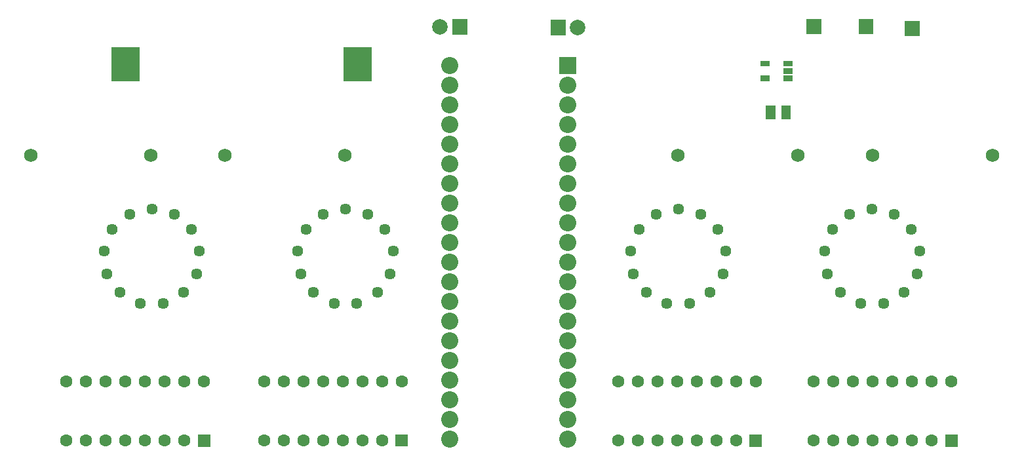
<source format=gbs>
G04 Layer: BottomSolderMaskLayer*
G04 EasyEDA v6.4.20.2, 2021-06-27T22:08:49--7:00*
G04 5bb4508a62654dd5b4bd4a713fde6167,27d4ab91a1c145949b64cbb6833597a5,10*
G04 Gerber Generator version 0.2*
G04 Scale: 100 percent, Rotated: No, Reflected: No *
G04 Dimensions in inches *
G04 leading zeros omitted , absolute positions ,3 integer and 6 decimal *
%FSLAX36Y36*%
%MOIN*%

%ADD30C,0.0568*%
%ADD31C,0.0789*%
%ADD33C,0.0680*%
%ADD35C,0.0630*%
%ADD37C,0.0867*%

%LPD*%
G36*
X4312500Y-4382500D02*
G01*
X4312500Y-4307500D01*
X4387500Y-4307500D01*
X4387500Y-4382500D01*
G37*
G36*
X4812500Y-4392500D02*
G01*
X4812500Y-4317500D01*
X4887500Y-4317500D01*
X4887500Y-4392500D01*
G37*
G36*
X4577500Y-4382500D02*
G01*
X4577500Y-4307500D01*
X4652500Y-4307500D01*
X4652500Y-4382500D01*
G37*
D30*
G01*
X984250Y-5271309D03*
G01*
X871250Y-5299310D03*
G01*
X783249Y-5377310D03*
G01*
X742249Y-5486309D03*
G01*
X756250Y-5601309D03*
G01*
X822250Y-5697310D03*
G01*
X926250Y-5752310D03*
G01*
X1042250Y-5752310D03*
G01*
X1146250Y-5697310D03*
G01*
X1212250Y-5601309D03*
G01*
X1226250Y-5486309D03*
G01*
X1185249Y-5377310D03*
G01*
X1097250Y-5299310D03*
G01*
X1968500Y-5271309D03*
G01*
X1855500Y-5299310D03*
G01*
X1767500Y-5377310D03*
G01*
X1726499Y-5486309D03*
G01*
X1740500Y-5601309D03*
G01*
X1806499Y-5697310D03*
G01*
X1910500Y-5752310D03*
G01*
X2026499Y-5752310D03*
G01*
X2130500Y-5697310D03*
G01*
X2196499Y-5601309D03*
G01*
X2210500Y-5486309D03*
G01*
X2169499Y-5377310D03*
G01*
X2081499Y-5299310D03*
D31*
G01*
X3150000Y-4350000D03*
G36*
X3010600Y-4389400D02*
G01*
X3010600Y-4310599D01*
X3089399Y-4310599D01*
X3089399Y-4389400D01*
G37*
G01*
X2450000Y-4345000D03*
G36*
X2510600Y-4384400D02*
G01*
X2510600Y-4305599D01*
X2589399Y-4305599D01*
X2589399Y-4384400D01*
G37*
D30*
G01*
X3661419Y-5271309D03*
G01*
X3548419Y-5299310D03*
G01*
X3460420Y-5377310D03*
G01*
X3419420Y-5486309D03*
G01*
X3433419Y-5601309D03*
G01*
X3499420Y-5697310D03*
G01*
X3603419Y-5752310D03*
G01*
X3719420Y-5752310D03*
G01*
X3823419Y-5697310D03*
G01*
X3889420Y-5601309D03*
G01*
X3903419Y-5486309D03*
G01*
X3862420Y-5377310D03*
G01*
X3774420Y-5299310D03*
D33*
G01*
X980110Y-5000000D03*
G01*
X369890Y-5000000D03*
G01*
X1965119Y-5000000D03*
G01*
X1354889Y-5000000D03*
G01*
X3659889Y-5000000D03*
G01*
X4270119Y-5000000D03*
G01*
X4649889Y-5000000D03*
G01*
X5260119Y-5000000D03*
D30*
G01*
X4645670Y-5271309D03*
G01*
X4532669Y-5299310D03*
G01*
X4444669Y-5377310D03*
G01*
X4403670Y-5486309D03*
G01*
X4417669Y-5601309D03*
G01*
X4483670Y-5697310D03*
G01*
X4587669Y-5752310D03*
G01*
X4703670Y-5752310D03*
G01*
X4807669Y-5697310D03*
G01*
X4873670Y-5601309D03*
G01*
X4887669Y-5486309D03*
G01*
X4846670Y-5377310D03*
G01*
X4758670Y-5299310D03*
G36*
X1957200Y-4621700D02*
G01*
X1957200Y-4448299D01*
X2103000Y-4448299D01*
X2103000Y-4621700D01*
G37*
G36*
X776999Y-4621700D02*
G01*
X776999Y-4448299D01*
X922799Y-4448299D01*
X922799Y-4621700D01*
G37*
G36*
X4185699Y-4814499D02*
G01*
X4185699Y-4745500D01*
X4233100Y-4745500D01*
X4233100Y-4814499D01*
G37*
G36*
X4106899Y-4814499D02*
G01*
X4106899Y-4745500D01*
X4154300Y-4745500D01*
X4154300Y-4814499D01*
G37*
G36*
X4077299Y-4547399D02*
G01*
X4077299Y-4517800D01*
X4124600Y-4517800D01*
X4124600Y-4547399D01*
G37*
G36*
X4077299Y-4622199D02*
G01*
X4077299Y-4592600D01*
X4124600Y-4592600D01*
X4124600Y-4622199D01*
G37*
G36*
X4195400Y-4622199D02*
G01*
X4195400Y-4592600D01*
X4242700Y-4592600D01*
X4242700Y-4622199D01*
G37*
G36*
X4195400Y-4584800D02*
G01*
X4195400Y-4555200D01*
X4242700Y-4555200D01*
X4242700Y-4584800D01*
G37*
G36*
X4195400Y-4547399D02*
G01*
X4195400Y-4517800D01*
X4242700Y-4517800D01*
X4242700Y-4547399D01*
G37*
G36*
X1218500Y-6481500D02*
G01*
X1218500Y-6418499D01*
X1281499Y-6418499D01*
X1281499Y-6481500D01*
G37*
D35*
G01*
X1150000Y-6450000D03*
G01*
X1050000Y-6450000D03*
G01*
X950000Y-6450000D03*
G01*
X850000Y-6450000D03*
G01*
X750000Y-6450000D03*
G01*
X650000Y-6450000D03*
G01*
X550000Y-6450000D03*
G01*
X550000Y-6150000D03*
G01*
X650000Y-6150000D03*
G01*
X750000Y-6150000D03*
G01*
X850000Y-6150000D03*
G01*
X950000Y-6150000D03*
G01*
X1050000Y-6150000D03*
G01*
X1150000Y-6150000D03*
G01*
X1250000Y-6150000D03*
G36*
X2223500Y-6480700D02*
G01*
X2223500Y-6417700D01*
X2286499Y-6417700D01*
X2286499Y-6480700D01*
G37*
G01*
X2155000Y-6449209D03*
G01*
X2055000Y-6449209D03*
G01*
X1955000Y-6449209D03*
G01*
X1855000Y-6449209D03*
G01*
X1755000Y-6449209D03*
G01*
X1655000Y-6449209D03*
G01*
X1555000Y-6449209D03*
G01*
X1555000Y-6149209D03*
G01*
X1655000Y-6149209D03*
G01*
X1755000Y-6149209D03*
G01*
X1855000Y-6149209D03*
G01*
X1955000Y-6149209D03*
G01*
X2055000Y-6149209D03*
G01*
X2155000Y-6149209D03*
G01*
X2255000Y-6149209D03*
G36*
X4023500Y-6481500D02*
G01*
X4023500Y-6418499D01*
X4086499Y-6418499D01*
X4086499Y-6481500D01*
G37*
G01*
X3955000Y-6450000D03*
G01*
X3855000Y-6450000D03*
G01*
X3755000Y-6450000D03*
G01*
X3655000Y-6450000D03*
G01*
X3555000Y-6450000D03*
G01*
X3455000Y-6450000D03*
G01*
X3355000Y-6450000D03*
G01*
X3355000Y-6150000D03*
G01*
X3455000Y-6150000D03*
G01*
X3555000Y-6150000D03*
G01*
X3655000Y-6150000D03*
G01*
X3755000Y-6150000D03*
G01*
X3855000Y-6150000D03*
G01*
X3955000Y-6150000D03*
G01*
X4055000Y-6150000D03*
G36*
X5018500Y-6481500D02*
G01*
X5018500Y-6418499D01*
X5081499Y-6418499D01*
X5081499Y-6481500D01*
G37*
G01*
X4950000Y-6450000D03*
G01*
X4850000Y-6450000D03*
G01*
X4750000Y-6450000D03*
G01*
X4650000Y-6450000D03*
G01*
X4550000Y-6450000D03*
G01*
X4450000Y-6450000D03*
G01*
X4350000Y-6450000D03*
G01*
X4350000Y-6150000D03*
G01*
X4450000Y-6150000D03*
G01*
X4550000Y-6150000D03*
G01*
X4650000Y-6150000D03*
G01*
X4750000Y-6150000D03*
G01*
X4850000Y-6150000D03*
G01*
X4950000Y-6150000D03*
G01*
X5050000Y-6150000D03*
G36*
X3055600Y-4586100D02*
G01*
X3055600Y-4499400D01*
X3142399Y-4499400D01*
X3142399Y-4586100D01*
G37*
D37*
G01*
X3098999Y-4642730D03*
G01*
X3098999Y-4742730D03*
G01*
X3098999Y-4842730D03*
G01*
X3098999Y-4942730D03*
G01*
X3098999Y-5042730D03*
G01*
X3098999Y-5142730D03*
G01*
X3098999Y-5242730D03*
G01*
X3098999Y-5342730D03*
G01*
X3098999Y-5442730D03*
G01*
X3098999Y-5542730D03*
G01*
X3098999Y-5642730D03*
G01*
X3098999Y-5742730D03*
G01*
X3098999Y-5842730D03*
G01*
X3098999Y-5942730D03*
G01*
X3098999Y-6042730D03*
G01*
X3098999Y-6142730D03*
G01*
X3098999Y-6242730D03*
G01*
X3098999Y-6342730D03*
G01*
X3098999Y-6442730D03*
G01*
X2498999Y-4542730D03*
G01*
X2498999Y-4642730D03*
G01*
X2498999Y-4742730D03*
G01*
X2498999Y-4842730D03*
G01*
X2498999Y-4942730D03*
G01*
X2498999Y-5042730D03*
G01*
X2498999Y-5142730D03*
G01*
X2498999Y-5242730D03*
G01*
X2498999Y-5342730D03*
G01*
X2498999Y-5442730D03*
G01*
X2498999Y-5542730D03*
G01*
X2498999Y-5642730D03*
G01*
X2498999Y-5742730D03*
G01*
X2498999Y-5842730D03*
G01*
X2498999Y-5942730D03*
G01*
X2498999Y-6042730D03*
G01*
X2498999Y-6142730D03*
G01*
X2498999Y-6242730D03*
G01*
X2498999Y-6342730D03*
G01*
X2498999Y-6442730D03*
M02*

</source>
